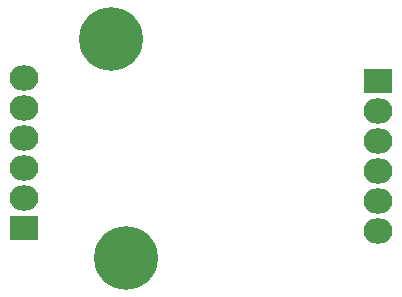
<source format=gbr>
G04 #@! TF.GenerationSoftware,KiCad,Pcbnew,(5.1.2-1)-1*
G04 #@! TF.CreationDate,2019-06-06T15:18:08+02:00*
G04 #@! TF.ProjectId,Level Shifter,4c657665-6c20-4536-9869-667465722e6b,rev?*
G04 #@! TF.SameCoordinates,Original*
G04 #@! TF.FileFunction,Soldermask,Bot*
G04 #@! TF.FilePolarity,Negative*
%FSLAX46Y46*%
G04 Gerber Fmt 4.6, Leading zero omitted, Abs format (unit mm)*
G04 Created by KiCad (PCBNEW (5.1.2-1)-1) date 2019-06-06 15:18:08*
%MOMM*%
%LPD*%
G04 APERTURE LIST*
%ADD10C,5.400000*%
%ADD11R,2.432000X2.127200*%
%ADD12O,2.432000X2.127200*%
G04 APERTURE END LIST*
D10*
X162560000Y-114300000D03*
X161290000Y-95758000D03*
D11*
X153924000Y-111760000D03*
D12*
X153924000Y-109220000D03*
X153924000Y-106680000D03*
X153924000Y-104140000D03*
X153924000Y-101600000D03*
X153924000Y-99060000D03*
D11*
X183896000Y-99314000D03*
D12*
X183896000Y-101854000D03*
X183896000Y-104394000D03*
X183896000Y-106934000D03*
X183896000Y-109474000D03*
X183896000Y-112014000D03*
M02*

</source>
